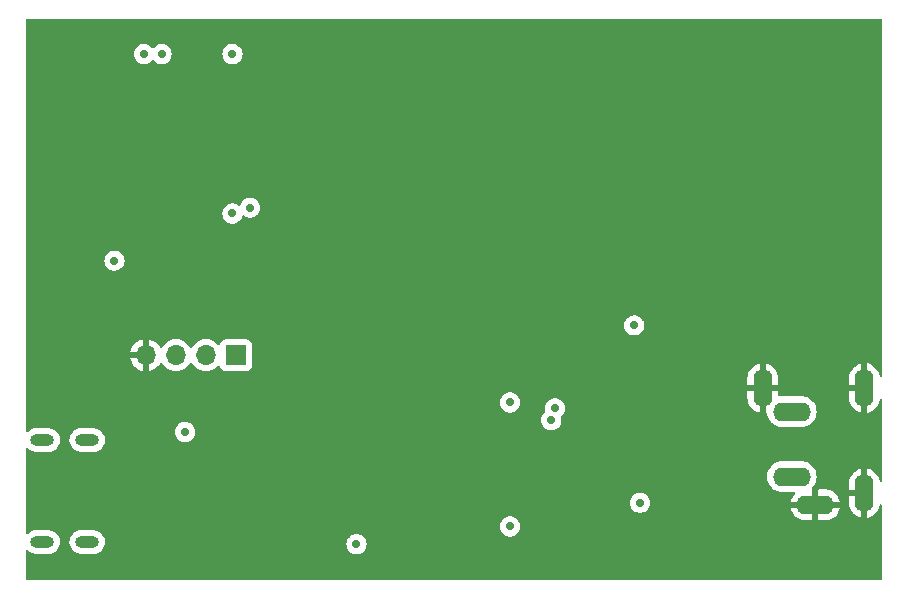
<source format=gbr>
%TF.GenerationSoftware,KiCad,Pcbnew,(6.0.8-1)-1*%
%TF.CreationDate,2022-11-20T20:32:36+00:00*%
%TF.ProjectId,esp32-network-dac,65737033-322d-46e6-9574-776f726b2d64,0.1*%
%TF.SameCoordinates,Original*%
%TF.FileFunction,Copper,L2,Inr*%
%TF.FilePolarity,Positive*%
%FSLAX46Y46*%
G04 Gerber Fmt 4.6, Leading zero omitted, Abs format (unit mm)*
G04 Created by KiCad (PCBNEW (6.0.8-1)-1) date 2022-11-20 20:32:36*
%MOMM*%
%LPD*%
G01*
G04 APERTURE LIST*
%TA.AperFunction,ComponentPad*%
%ADD10O,3.200000X1.600000*%
%TD*%
%TA.AperFunction,ComponentPad*%
%ADD11O,1.600000X3.200000*%
%TD*%
%TA.AperFunction,ComponentPad*%
%ADD12R,1.700000X1.700000*%
%TD*%
%TA.AperFunction,ComponentPad*%
%ADD13O,1.700000X1.700000*%
%TD*%
%TA.AperFunction,ComponentPad*%
%ADD14O,2.000000X1.000000*%
%TD*%
%TA.AperFunction,ViaPad*%
%ADD15C,0.700000*%
%TD*%
G04 APERTURE END LIST*
D10*
%TO.N,GND*%
%TO.C,J2*%
X162357500Y-114675000D03*
%TO.N,/JACKL*%
X160357500Y-112275000D03*
%TO.N,/JACKR*%
X160357500Y-106775000D03*
D11*
%TO.N,GND*%
X166507500Y-113675000D03*
X166507500Y-104775000D03*
X157907500Y-104775000D03*
%TD*%
D12*
%TO.N,VBUS*%
%TO.C,J3*%
X113300000Y-102000000D03*
D13*
%TO.N,ESP32_Rx*%
X110760000Y-102000000D03*
%TO.N,ESP32_Tx*%
X108220000Y-102000000D03*
%TO.N,GND*%
X105680000Y-102000000D03*
%TD*%
D14*
%TO.N,unconnected-(J1-PadS1)*%
%TO.C,J1*%
X100700000Y-109180000D03*
X100700000Y-117820000D03*
X96900000Y-109180000D03*
X96900000Y-117820000D03*
%TD*%
D15*
%TO.N,GND*%
X102500000Y-99000000D03*
X121500000Y-118000000D03*
X119000000Y-109500000D03*
X119000000Y-107500000D03*
X121000000Y-112000000D03*
X138500000Y-97500000D03*
X137000000Y-103500000D03*
X153000000Y-87000000D03*
X142500000Y-111000000D03*
X147500000Y-117500000D03*
X139000000Y-87000000D03*
X106000000Y-83500000D03*
X123000000Y-95000000D03*
X107000000Y-117500000D03*
X121000000Y-82000000D03*
X131500000Y-99000000D03*
X142000000Y-107500000D03*
X130000000Y-112000000D03*
X139000000Y-76500000D03*
X150500000Y-99000000D03*
X104000000Y-108500000D03*
X154000000Y-99000000D03*
X154500000Y-117500000D03*
X109000000Y-113000000D03*
%TO.N,+3V3*%
X103007202Y-93992798D03*
X123500000Y-118000000D03*
X136500000Y-116500000D03*
X109000000Y-108500000D03*
%TO.N,+3.3VA*%
X147020000Y-99480000D03*
X147500000Y-114500000D03*
%TO.N,ESP32_Tx*%
X105500000Y-76500000D03*
%TO.N,ESP32_Rx*%
X107000000Y-76500000D03*
%TO.N,PCM_BCK*%
X113000000Y-76500000D03*
X140300500Y-106500000D03*
%TO.N,PCM_DIN*%
X136500000Y-106000000D03*
X114500000Y-89500000D03*
%TO.N,PCM_LRCK*%
X140000000Y-107500000D03*
X113000000Y-90000000D03*
%TD*%
%TA.AperFunction,Conductor*%
%TO.N,GND*%
G36*
X167958691Y-73518907D02*
G01*
X167994655Y-73568407D01*
X167999500Y-73599000D01*
X167999500Y-103753552D01*
X167980593Y-103811743D01*
X167931093Y-103847707D01*
X167869907Y-103847707D01*
X167820407Y-103811743D01*
X167801877Y-103762180D01*
X167800926Y-103751312D01*
X167799430Y-103742824D01*
X167742431Y-103530102D01*
X167739485Y-103522009D01*
X167646418Y-103322427D01*
X167642106Y-103314957D01*
X167515792Y-103134563D01*
X167510259Y-103127968D01*
X167354532Y-102972241D01*
X167347937Y-102966708D01*
X167167543Y-102840394D01*
X167160073Y-102836082D01*
X166960491Y-102743015D01*
X166952398Y-102740069D01*
X166776645Y-102692976D01*
X166764359Y-102693620D01*
X166761500Y-102703273D01*
X166761500Y-106845402D01*
X166765302Y-106857104D01*
X166775364Y-106857367D01*
X166952398Y-106809931D01*
X166960491Y-106806985D01*
X167160073Y-106713918D01*
X167167543Y-106709606D01*
X167347937Y-106583292D01*
X167354532Y-106577759D01*
X167510259Y-106422032D01*
X167515792Y-106415437D01*
X167642106Y-106235043D01*
X167646418Y-106227573D01*
X167739485Y-106027991D01*
X167742431Y-106019898D01*
X167799430Y-105807176D01*
X167800926Y-105798688D01*
X167801877Y-105787820D01*
X167825784Y-105731498D01*
X167878230Y-105699985D01*
X167939182Y-105705318D01*
X167985360Y-105745459D01*
X167999500Y-105796448D01*
X167999500Y-112653552D01*
X167980593Y-112711743D01*
X167931093Y-112747707D01*
X167869907Y-112747707D01*
X167820407Y-112711743D01*
X167801877Y-112662180D01*
X167800926Y-112651312D01*
X167799430Y-112642824D01*
X167742431Y-112430102D01*
X167739485Y-112422009D01*
X167646418Y-112222427D01*
X167642106Y-112214957D01*
X167515792Y-112034563D01*
X167510259Y-112027968D01*
X167354532Y-111872241D01*
X167347937Y-111866708D01*
X167167543Y-111740394D01*
X167160073Y-111736082D01*
X166960491Y-111643015D01*
X166952398Y-111640069D01*
X166776645Y-111592976D01*
X166764359Y-111593620D01*
X166761500Y-111603273D01*
X166761500Y-115745402D01*
X166765302Y-115757104D01*
X166775364Y-115757367D01*
X166952398Y-115709931D01*
X166960491Y-115706985D01*
X167160073Y-115613918D01*
X167167543Y-115609606D01*
X167347937Y-115483292D01*
X167354532Y-115477759D01*
X167510259Y-115322032D01*
X167515792Y-115315437D01*
X167642106Y-115135043D01*
X167646418Y-115127573D01*
X167739485Y-114927991D01*
X167742431Y-114919898D01*
X167799430Y-114707176D01*
X167800926Y-114698688D01*
X167801877Y-114687820D01*
X167825784Y-114631498D01*
X167878230Y-114599985D01*
X167939182Y-114605318D01*
X167985360Y-114645459D01*
X167999500Y-114696448D01*
X167999500Y-120901000D01*
X167980593Y-120959191D01*
X167931093Y-120995155D01*
X167900500Y-121000000D01*
X95599000Y-121000000D01*
X95540809Y-120981093D01*
X95504845Y-120931593D01*
X95500000Y-120901000D01*
X95500000Y-118573217D01*
X95518907Y-118515026D01*
X95568407Y-118479062D01*
X95629593Y-118479062D01*
X95670931Y-118505195D01*
X95742881Y-118581280D01*
X95746986Y-118584154D01*
X95746989Y-118584157D01*
X95830358Y-118642532D01*
X95909379Y-118697863D01*
X95913975Y-118699852D01*
X95913977Y-118699853D01*
X96001118Y-118737562D01*
X96095919Y-118778586D01*
X96294880Y-118820151D01*
X96299432Y-118820390D01*
X96300234Y-118820432D01*
X96300249Y-118820432D01*
X96301539Y-118820500D01*
X97450800Y-118820500D01*
X97453288Y-118820247D01*
X97453294Y-118820247D01*
X97521398Y-118813329D01*
X97602216Y-118805120D01*
X97796172Y-118744338D01*
X97973944Y-118645797D01*
X98128271Y-118513523D01*
X98252848Y-118352919D01*
X98342587Y-118170545D01*
X98387011Y-118000000D01*
X98392557Y-117978710D01*
X98392558Y-117978706D01*
X98393822Y-117973852D01*
X98399310Y-117869126D01*
X99195541Y-117869126D01*
X99225935Y-118070097D01*
X99296119Y-118260852D01*
X99403226Y-118433599D01*
X99542881Y-118581280D01*
X99546986Y-118584154D01*
X99546989Y-118584157D01*
X99630358Y-118642532D01*
X99709379Y-118697863D01*
X99713975Y-118699852D01*
X99713977Y-118699853D01*
X99801118Y-118737562D01*
X99895919Y-118778586D01*
X100094880Y-118820151D01*
X100099432Y-118820390D01*
X100100234Y-118820432D01*
X100100249Y-118820432D01*
X100101539Y-118820500D01*
X101250800Y-118820500D01*
X101253288Y-118820247D01*
X101253294Y-118820247D01*
X101321398Y-118813329D01*
X101402216Y-118805120D01*
X101596172Y-118744338D01*
X101773944Y-118645797D01*
X101928271Y-118513523D01*
X102052848Y-118352919D01*
X102142587Y-118170545D01*
X102187011Y-118000000D01*
X122644815Y-118000000D01*
X122663503Y-118177803D01*
X122665104Y-118182730D01*
X122665105Y-118182735D01*
X122717148Y-118342905D01*
X122718750Y-118347835D01*
X122721341Y-118352323D01*
X122721342Y-118352325D01*
X122768266Y-118433599D01*
X122808141Y-118502665D01*
X122927770Y-118635526D01*
X122931968Y-118638576D01*
X122931969Y-118638577D01*
X122945257Y-118648231D01*
X123072407Y-118740612D01*
X123153231Y-118776597D01*
X123230995Y-118811220D01*
X123230999Y-118811221D01*
X123235733Y-118813329D01*
X123240803Y-118814407D01*
X123240804Y-118814407D01*
X123264163Y-118819372D01*
X123410609Y-118850500D01*
X123589391Y-118850500D01*
X123735837Y-118819372D01*
X123759196Y-118814407D01*
X123759197Y-118814407D01*
X123764267Y-118813329D01*
X123769001Y-118811221D01*
X123769005Y-118811220D01*
X123846769Y-118776597D01*
X123927593Y-118740612D01*
X124054743Y-118648231D01*
X124068031Y-118638577D01*
X124068032Y-118638576D01*
X124072230Y-118635526D01*
X124191859Y-118502665D01*
X124231734Y-118433599D01*
X124278658Y-118352325D01*
X124278659Y-118352323D01*
X124281250Y-118347835D01*
X124282852Y-118342905D01*
X124334895Y-118182735D01*
X124334896Y-118182730D01*
X124336497Y-118177803D01*
X124355185Y-118000000D01*
X124336497Y-117822197D01*
X124334896Y-117817270D01*
X124334895Y-117817265D01*
X124282852Y-117657095D01*
X124282851Y-117657094D01*
X124281250Y-117652165D01*
X124191859Y-117497335D01*
X124072230Y-117364474D01*
X123927593Y-117259388D01*
X123808582Y-117206401D01*
X123769005Y-117188780D01*
X123769001Y-117188779D01*
X123764267Y-117186671D01*
X123759197Y-117185593D01*
X123759196Y-117185593D01*
X123725272Y-117178382D01*
X123589391Y-117149500D01*
X123410609Y-117149500D01*
X123274728Y-117178382D01*
X123240804Y-117185593D01*
X123240803Y-117185593D01*
X123235733Y-117186671D01*
X123230999Y-117188779D01*
X123230995Y-117188780D01*
X123077142Y-117257280D01*
X123077140Y-117257281D01*
X123072408Y-117259388D01*
X122927770Y-117364474D01*
X122924304Y-117368324D01*
X122924300Y-117368327D01*
X122837295Y-117464956D01*
X122808141Y-117497335D01*
X122718750Y-117652165D01*
X122717149Y-117657094D01*
X122717148Y-117657095D01*
X122665105Y-117817265D01*
X122665104Y-117817270D01*
X122663503Y-117822197D01*
X122644815Y-118000000D01*
X102187011Y-118000000D01*
X102192557Y-117978710D01*
X102192558Y-117978706D01*
X102193822Y-117973852D01*
X102204459Y-117770874D01*
X102174065Y-117569903D01*
X102103881Y-117379148D01*
X101996774Y-117206401D01*
X101857119Y-117058720D01*
X101853014Y-117055846D01*
X101853011Y-117055843D01*
X101694727Y-116945012D01*
X101690621Y-116942137D01*
X101686025Y-116940148D01*
X101686023Y-116940147D01*
X101508677Y-116863403D01*
X101508678Y-116863403D01*
X101504081Y-116861414D01*
X101305120Y-116819849D01*
X101300568Y-116819610D01*
X101299766Y-116819568D01*
X101299751Y-116819568D01*
X101298461Y-116819500D01*
X100149200Y-116819500D01*
X100146712Y-116819753D01*
X100146706Y-116819753D01*
X100086184Y-116825901D01*
X99997784Y-116834880D01*
X99803828Y-116895662D01*
X99626056Y-116994203D01*
X99471729Y-117126477D01*
X99347152Y-117287081D01*
X99257413Y-117469455D01*
X99206178Y-117666148D01*
X99195541Y-117869126D01*
X98399310Y-117869126D01*
X98404459Y-117770874D01*
X98374065Y-117569903D01*
X98303881Y-117379148D01*
X98196774Y-117206401D01*
X98057119Y-117058720D01*
X98053014Y-117055846D01*
X98053011Y-117055843D01*
X97894727Y-116945012D01*
X97890621Y-116942137D01*
X97886025Y-116940148D01*
X97886023Y-116940147D01*
X97708677Y-116863403D01*
X97708678Y-116863403D01*
X97704081Y-116861414D01*
X97505120Y-116819849D01*
X97500568Y-116819610D01*
X97499766Y-116819568D01*
X97499751Y-116819568D01*
X97498461Y-116819500D01*
X96349200Y-116819500D01*
X96346712Y-116819753D01*
X96346706Y-116819753D01*
X96286184Y-116825901D01*
X96197784Y-116834880D01*
X96003828Y-116895662D01*
X95826056Y-116994203D01*
X95763054Y-117048202D01*
X95675532Y-117123217D01*
X95675530Y-117123219D01*
X95671729Y-117126477D01*
X95670043Y-117128650D01*
X95616872Y-117157401D01*
X95556224Y-117149309D01*
X95511915Y-117107114D01*
X95500000Y-117060027D01*
X95500000Y-116500000D01*
X135644815Y-116500000D01*
X135663503Y-116677803D01*
X135665104Y-116682730D01*
X135665105Y-116682735D01*
X135715027Y-116836378D01*
X135718750Y-116847835D01*
X135721341Y-116852323D01*
X135721342Y-116852325D01*
X135805548Y-116998174D01*
X135808141Y-117002665D01*
X135927770Y-117135526D01*
X136072407Y-117240612D01*
X136154070Y-117276970D01*
X136230995Y-117311220D01*
X136230999Y-117311221D01*
X136235733Y-117313329D01*
X136240803Y-117314407D01*
X136240804Y-117314407D01*
X136274728Y-117321618D01*
X136410609Y-117350500D01*
X136589391Y-117350500D01*
X136725272Y-117321618D01*
X136759196Y-117314407D01*
X136759197Y-117314407D01*
X136764267Y-117313329D01*
X136769001Y-117311221D01*
X136769005Y-117311220D01*
X136845930Y-117276971D01*
X136927593Y-117240612D01*
X137072230Y-117135526D01*
X137191859Y-117002665D01*
X137194452Y-116998174D01*
X137278658Y-116852325D01*
X137278659Y-116852323D01*
X137281250Y-116847835D01*
X137284973Y-116836378D01*
X137334895Y-116682735D01*
X137334896Y-116682730D01*
X137336497Y-116677803D01*
X137355185Y-116500000D01*
X137336497Y-116322197D01*
X137334896Y-116317270D01*
X137334895Y-116317265D01*
X137282852Y-116157095D01*
X137282851Y-116157094D01*
X137281250Y-116152165D01*
X137191859Y-115997335D01*
X137072230Y-115864474D01*
X136927593Y-115759388D01*
X136845930Y-115723029D01*
X136769005Y-115688780D01*
X136769001Y-115688779D01*
X136764267Y-115686671D01*
X136759197Y-115685593D01*
X136759196Y-115685593D01*
X136722339Y-115677759D01*
X136589391Y-115649500D01*
X136410609Y-115649500D01*
X136277661Y-115677759D01*
X136240804Y-115685593D01*
X136240803Y-115685593D01*
X136235733Y-115686671D01*
X136230999Y-115688779D01*
X136230995Y-115688780D01*
X136077142Y-115757280D01*
X136077140Y-115757281D01*
X136072408Y-115759388D01*
X135927770Y-115864474D01*
X135924304Y-115868324D01*
X135924300Y-115868327D01*
X135821048Y-115983000D01*
X135808141Y-115997335D01*
X135718750Y-116152165D01*
X135717149Y-116157094D01*
X135717148Y-116157095D01*
X135665105Y-116317265D01*
X135665104Y-116317270D01*
X135663503Y-116322197D01*
X135644815Y-116500000D01*
X95500000Y-116500000D01*
X95500000Y-114500000D01*
X146644815Y-114500000D01*
X146663503Y-114677803D01*
X146665104Y-114682730D01*
X146665105Y-114682735D01*
X146717148Y-114842905D01*
X146718750Y-114847835D01*
X146721341Y-114852323D01*
X146721342Y-114852325D01*
X146774663Y-114944680D01*
X146808141Y-115002665D01*
X146927770Y-115135526D01*
X147072407Y-115240612D01*
X147154070Y-115276971D01*
X147230995Y-115311220D01*
X147230999Y-115311221D01*
X147235733Y-115313329D01*
X147240803Y-115314407D01*
X147240804Y-115314407D01*
X147245650Y-115315437D01*
X147410609Y-115350500D01*
X147589391Y-115350500D01*
X147754350Y-115315437D01*
X147759196Y-115314407D01*
X147759197Y-115314407D01*
X147764267Y-115313329D01*
X147769001Y-115311221D01*
X147769005Y-115311220D01*
X147845930Y-115276970D01*
X147927593Y-115240612D01*
X148072230Y-115135526D01*
X148191859Y-115002665D01*
X148225337Y-114944680D01*
X148226385Y-114942864D01*
X160275133Y-114942864D01*
X160322569Y-115119898D01*
X160325515Y-115127991D01*
X160418582Y-115327573D01*
X160422894Y-115335043D01*
X160549208Y-115515437D01*
X160554741Y-115522032D01*
X160710468Y-115677759D01*
X160717063Y-115683292D01*
X160897457Y-115809606D01*
X160904927Y-115813918D01*
X161104509Y-115906985D01*
X161112602Y-115909931D01*
X161325324Y-115966930D01*
X161333812Y-115968426D01*
X161498229Y-115982811D01*
X161502566Y-115983000D01*
X162087820Y-115983000D01*
X162100505Y-115978878D01*
X162103500Y-115974757D01*
X162103500Y-115967320D01*
X162611500Y-115967320D01*
X162615622Y-115980005D01*
X162619743Y-115983000D01*
X163212434Y-115983000D01*
X163216771Y-115982811D01*
X163381188Y-115968426D01*
X163389676Y-115966930D01*
X163602398Y-115909931D01*
X163610491Y-115906985D01*
X163810073Y-115813918D01*
X163817543Y-115809606D01*
X163997937Y-115683292D01*
X164004532Y-115677759D01*
X164160259Y-115522032D01*
X164165792Y-115515437D01*
X164292106Y-115335043D01*
X164296418Y-115327573D01*
X164389485Y-115127991D01*
X164392431Y-115119898D01*
X164439524Y-114944145D01*
X164438880Y-114931859D01*
X164429227Y-114929000D01*
X162627180Y-114929000D01*
X162614495Y-114933122D01*
X162611500Y-114937243D01*
X162611500Y-115967320D01*
X162103500Y-115967320D01*
X162103500Y-114944680D01*
X162099378Y-114931995D01*
X162095257Y-114929000D01*
X160287098Y-114929000D01*
X160275396Y-114932802D01*
X160275133Y-114942864D01*
X148226385Y-114942864D01*
X148278658Y-114852325D01*
X148278659Y-114852323D01*
X148281250Y-114847835D01*
X148282852Y-114842905D01*
X148334895Y-114682735D01*
X148334896Y-114682730D01*
X148336497Y-114677803D01*
X148352039Y-114529934D01*
X165199500Y-114529934D01*
X165199689Y-114534271D01*
X165214074Y-114698688D01*
X165215570Y-114707176D01*
X165272569Y-114919898D01*
X165275515Y-114927991D01*
X165368582Y-115127573D01*
X165372894Y-115135043D01*
X165499208Y-115315437D01*
X165504741Y-115322032D01*
X165660468Y-115477759D01*
X165667063Y-115483292D01*
X165847457Y-115609606D01*
X165854927Y-115613918D01*
X166054509Y-115706985D01*
X166062602Y-115709931D01*
X166238355Y-115757024D01*
X166250641Y-115756380D01*
X166253500Y-115746727D01*
X166253500Y-113944680D01*
X166249378Y-113931995D01*
X166245257Y-113929000D01*
X165215180Y-113929000D01*
X165202495Y-113933122D01*
X165199500Y-113937243D01*
X165199500Y-114529934D01*
X148352039Y-114529934D01*
X148355185Y-114500000D01*
X148336497Y-114322197D01*
X148334896Y-114317270D01*
X148334895Y-114317265D01*
X148282852Y-114157095D01*
X148282851Y-114157094D01*
X148281250Y-114152165D01*
X148191859Y-113997335D01*
X148072230Y-113864474D01*
X147927593Y-113759388D01*
X147805644Y-113705093D01*
X147769005Y-113688780D01*
X147769001Y-113688779D01*
X147764267Y-113686671D01*
X147759197Y-113685593D01*
X147759196Y-113685593D01*
X147696379Y-113672241D01*
X147589391Y-113649500D01*
X147410609Y-113649500D01*
X147303621Y-113672241D01*
X147240804Y-113685593D01*
X147240803Y-113685593D01*
X147235733Y-113686671D01*
X147230999Y-113688779D01*
X147230995Y-113688780D01*
X147077142Y-113757280D01*
X147077140Y-113757281D01*
X147072408Y-113759388D01*
X146927770Y-113864474D01*
X146924304Y-113868324D01*
X146924300Y-113868327D01*
X146865959Y-113933122D01*
X146808141Y-113997335D01*
X146718750Y-114152165D01*
X146717149Y-114157094D01*
X146717148Y-114157095D01*
X146665105Y-114317265D01*
X146665104Y-114317270D01*
X146663503Y-114322197D01*
X146644815Y-114500000D01*
X95500000Y-114500000D01*
X95500000Y-112275000D01*
X158252032Y-112275000D01*
X158271865Y-112501692D01*
X158330761Y-112721496D01*
X158426932Y-112927734D01*
X158557453Y-113114139D01*
X158718361Y-113275047D01*
X158721899Y-113277524D01*
X158721901Y-113277526D01*
X158872078Y-113382680D01*
X158904766Y-113405568D01*
X159111004Y-113501739D01*
X159200063Y-113525602D01*
X159326631Y-113559516D01*
X159326633Y-113559516D01*
X159330808Y-113560635D01*
X159375295Y-113564527D01*
X159498550Y-113575311D01*
X159498561Y-113575311D01*
X159500716Y-113575500D01*
X160568201Y-113575500D01*
X160626392Y-113594407D01*
X160662356Y-113643907D01*
X160662356Y-113705093D01*
X160638205Y-113744504D01*
X160554741Y-113827968D01*
X160549208Y-113834563D01*
X160422894Y-114014957D01*
X160418582Y-114022427D01*
X160325515Y-114222009D01*
X160322569Y-114230102D01*
X160275476Y-114405855D01*
X160276120Y-114418141D01*
X160285773Y-114421000D01*
X162087820Y-114421000D01*
X162100505Y-114416878D01*
X162103500Y-114412757D01*
X162103500Y-114405320D01*
X162611500Y-114405320D01*
X162615622Y-114418005D01*
X162619743Y-114421000D01*
X164427902Y-114421000D01*
X164439604Y-114417198D01*
X164439867Y-114407136D01*
X164392431Y-114230102D01*
X164389485Y-114222009D01*
X164296418Y-114022427D01*
X164292106Y-114014957D01*
X164165792Y-113834563D01*
X164160259Y-113827968D01*
X164004532Y-113672241D01*
X163997937Y-113666708D01*
X163817543Y-113540394D01*
X163810073Y-113536082D01*
X163610491Y-113443015D01*
X163602398Y-113440069D01*
X163472714Y-113405320D01*
X165199500Y-113405320D01*
X165203622Y-113418005D01*
X165207743Y-113421000D01*
X166237820Y-113421000D01*
X166250505Y-113416878D01*
X166253500Y-113412757D01*
X166253500Y-111604598D01*
X166249698Y-111592896D01*
X166239636Y-111592633D01*
X166062602Y-111640069D01*
X166054509Y-111643015D01*
X165854927Y-111736082D01*
X165847457Y-111740394D01*
X165667063Y-111866708D01*
X165660468Y-111872241D01*
X165504741Y-112027968D01*
X165499208Y-112034563D01*
X165372894Y-112214957D01*
X165368582Y-112222427D01*
X165275515Y-112422009D01*
X165272569Y-112430102D01*
X165215570Y-112642824D01*
X165214074Y-112651312D01*
X165199689Y-112815729D01*
X165199500Y-112820066D01*
X165199500Y-113405320D01*
X163472714Y-113405320D01*
X163389676Y-113383070D01*
X163381188Y-113381574D01*
X163216771Y-113367189D01*
X163212434Y-113367000D01*
X162627180Y-113367000D01*
X162614495Y-113371122D01*
X162611500Y-113375243D01*
X162611500Y-114405320D01*
X162103500Y-114405320D01*
X162103500Y-113382680D01*
X162099378Y-113369994D01*
X162078656Y-113354938D01*
X162042693Y-113305438D01*
X162042694Y-113244252D01*
X162066844Y-113204842D01*
X162157547Y-113114139D01*
X162288068Y-112927734D01*
X162384239Y-112721496D01*
X162443135Y-112501692D01*
X162462968Y-112275000D01*
X162443135Y-112048308D01*
X162384239Y-111828504D01*
X162288068Y-111622266D01*
X162157547Y-111435861D01*
X161996639Y-111274953D01*
X161810234Y-111144432D01*
X161603996Y-111048261D01*
X161514937Y-111024398D01*
X161388369Y-110990484D01*
X161388367Y-110990484D01*
X161384192Y-110989365D01*
X161339705Y-110985473D01*
X161216450Y-110974689D01*
X161216439Y-110974689D01*
X161214284Y-110974500D01*
X159500716Y-110974500D01*
X159498561Y-110974689D01*
X159498550Y-110974689D01*
X159375295Y-110985473D01*
X159330808Y-110989365D01*
X159326633Y-110990484D01*
X159326631Y-110990484D01*
X159200063Y-111024398D01*
X159111004Y-111048261D01*
X158904766Y-111144432D01*
X158718361Y-111274953D01*
X158557453Y-111435861D01*
X158426932Y-111622266D01*
X158330761Y-111828504D01*
X158271865Y-112048308D01*
X158252032Y-112275000D01*
X95500000Y-112275000D01*
X95500000Y-109933217D01*
X95518907Y-109875026D01*
X95568407Y-109839062D01*
X95629593Y-109839062D01*
X95670931Y-109865195D01*
X95742881Y-109941280D01*
X95746986Y-109944154D01*
X95746989Y-109944157D01*
X95830358Y-110002532D01*
X95909379Y-110057863D01*
X95913975Y-110059852D01*
X95913977Y-110059853D01*
X96011156Y-110101906D01*
X96095919Y-110138586D01*
X96294880Y-110180151D01*
X96299432Y-110180390D01*
X96300234Y-110180432D01*
X96300249Y-110180432D01*
X96301539Y-110180500D01*
X97450800Y-110180500D01*
X97453288Y-110180247D01*
X97453294Y-110180247D01*
X97513816Y-110174099D01*
X97602216Y-110165120D01*
X97796172Y-110104338D01*
X97973944Y-110005797D01*
X98128271Y-109873523D01*
X98252848Y-109712919D01*
X98342587Y-109530545D01*
X98370044Y-109425135D01*
X98392557Y-109338710D01*
X98392558Y-109338706D01*
X98393822Y-109333852D01*
X98399310Y-109229126D01*
X99195541Y-109229126D01*
X99225935Y-109430097D01*
X99296119Y-109620852D01*
X99403226Y-109793599D01*
X99542881Y-109941280D01*
X99546986Y-109944154D01*
X99546989Y-109944157D01*
X99630358Y-110002532D01*
X99709379Y-110057863D01*
X99713975Y-110059852D01*
X99713977Y-110059853D01*
X99811156Y-110101906D01*
X99895919Y-110138586D01*
X100094880Y-110180151D01*
X100099432Y-110180390D01*
X100100234Y-110180432D01*
X100100249Y-110180432D01*
X100101539Y-110180500D01*
X101250800Y-110180500D01*
X101253288Y-110180247D01*
X101253294Y-110180247D01*
X101313816Y-110174099D01*
X101402216Y-110165120D01*
X101596172Y-110104338D01*
X101773944Y-110005797D01*
X101928271Y-109873523D01*
X102052848Y-109712919D01*
X102142587Y-109530545D01*
X102170044Y-109425135D01*
X102192557Y-109338710D01*
X102192558Y-109338706D01*
X102193822Y-109333852D01*
X102204459Y-109130874D01*
X102174065Y-108929903D01*
X102103881Y-108739148D01*
X101996774Y-108566401D01*
X101933982Y-108500000D01*
X108144815Y-108500000D01*
X108163503Y-108677803D01*
X108165104Y-108682730D01*
X108165105Y-108682735D01*
X108182052Y-108734891D01*
X108218750Y-108847835D01*
X108221341Y-108852323D01*
X108221342Y-108852325D01*
X108266132Y-108929903D01*
X108308141Y-109002665D01*
X108427770Y-109135526D01*
X108572407Y-109240612D01*
X108654070Y-109276971D01*
X108730995Y-109311220D01*
X108730999Y-109311221D01*
X108735733Y-109313329D01*
X108740803Y-109314407D01*
X108740804Y-109314407D01*
X108774728Y-109321618D01*
X108910609Y-109350500D01*
X109089391Y-109350500D01*
X109225272Y-109321618D01*
X109259196Y-109314407D01*
X109259197Y-109314407D01*
X109264267Y-109313329D01*
X109269001Y-109311221D01*
X109269005Y-109311220D01*
X109345930Y-109276970D01*
X109427593Y-109240612D01*
X109572230Y-109135526D01*
X109691859Y-109002665D01*
X109733868Y-108929903D01*
X109778658Y-108852325D01*
X109778659Y-108852323D01*
X109781250Y-108847835D01*
X109817948Y-108734891D01*
X109834895Y-108682735D01*
X109834896Y-108682730D01*
X109836497Y-108677803D01*
X109855185Y-108500000D01*
X109853421Y-108483212D01*
X109837039Y-108327355D01*
X109836497Y-108322197D01*
X109834896Y-108317270D01*
X109834895Y-108317265D01*
X109782852Y-108157095D01*
X109782851Y-108157094D01*
X109781250Y-108152165D01*
X109771644Y-108135526D01*
X109694452Y-108001826D01*
X109694451Y-108001825D01*
X109691859Y-107997335D01*
X109572230Y-107864474D01*
X109427593Y-107759388D01*
X109345930Y-107723030D01*
X109269005Y-107688780D01*
X109269001Y-107688779D01*
X109264267Y-107686671D01*
X109259197Y-107685593D01*
X109259196Y-107685593D01*
X109222546Y-107677803D01*
X109089391Y-107649500D01*
X108910609Y-107649500D01*
X108777454Y-107677803D01*
X108740804Y-107685593D01*
X108740803Y-107685593D01*
X108735733Y-107686671D01*
X108730999Y-107688779D01*
X108730995Y-107688780D01*
X108577142Y-107757280D01*
X108577140Y-107757281D01*
X108572408Y-107759388D01*
X108427770Y-107864474D01*
X108424304Y-107868324D01*
X108424300Y-107868327D01*
X108316036Y-107988567D01*
X108308141Y-107997335D01*
X108305549Y-108001825D01*
X108305548Y-108001826D01*
X108228357Y-108135526D01*
X108218750Y-108152165D01*
X108217149Y-108157094D01*
X108217148Y-108157095D01*
X108165105Y-108317265D01*
X108165104Y-108317270D01*
X108163503Y-108322197D01*
X108162961Y-108327355D01*
X108146580Y-108483212D01*
X108144815Y-108500000D01*
X101933982Y-108500000D01*
X101857119Y-108418720D01*
X101853014Y-108415846D01*
X101853011Y-108415843D01*
X101694727Y-108305012D01*
X101690621Y-108302137D01*
X101686025Y-108300148D01*
X101686023Y-108300147D01*
X101508677Y-108223403D01*
X101508678Y-108223403D01*
X101504081Y-108221414D01*
X101305120Y-108179849D01*
X101300568Y-108179610D01*
X101299766Y-108179568D01*
X101299751Y-108179568D01*
X101298461Y-108179500D01*
X100149200Y-108179500D01*
X100146712Y-108179753D01*
X100146706Y-108179753D01*
X100086184Y-108185901D01*
X99997784Y-108194880D01*
X99993004Y-108196378D01*
X99851853Y-108240612D01*
X99803828Y-108255662D01*
X99626056Y-108354203D01*
X99471729Y-108486477D01*
X99347152Y-108647081D01*
X99257413Y-108829455D01*
X99251456Y-108852325D01*
X99213465Y-108998174D01*
X99206178Y-109026148D01*
X99195541Y-109229126D01*
X98399310Y-109229126D01*
X98404459Y-109130874D01*
X98374065Y-108929903D01*
X98303881Y-108739148D01*
X98196774Y-108566401D01*
X98057119Y-108418720D01*
X98053014Y-108415846D01*
X98053011Y-108415843D01*
X97894727Y-108305012D01*
X97890621Y-108302137D01*
X97886025Y-108300148D01*
X97886023Y-108300147D01*
X97708677Y-108223403D01*
X97708678Y-108223403D01*
X97704081Y-108221414D01*
X97505120Y-108179849D01*
X97500568Y-108179610D01*
X97499766Y-108179568D01*
X97499751Y-108179568D01*
X97498461Y-108179500D01*
X96349200Y-108179500D01*
X96346712Y-108179753D01*
X96346706Y-108179753D01*
X96286184Y-108185901D01*
X96197784Y-108194880D01*
X96193004Y-108196378D01*
X96051853Y-108240612D01*
X96003828Y-108255662D01*
X95826056Y-108354203D01*
X95822247Y-108357468D01*
X95675532Y-108483217D01*
X95675530Y-108483219D01*
X95671729Y-108486477D01*
X95670043Y-108488650D01*
X95616872Y-108517401D01*
X95556224Y-108509309D01*
X95511915Y-108467114D01*
X95500000Y-108420027D01*
X95500000Y-107500000D01*
X139144815Y-107500000D01*
X139163503Y-107677803D01*
X139165104Y-107682730D01*
X139165105Y-107682735D01*
X139195905Y-107777526D01*
X139218750Y-107847835D01*
X139221341Y-107852323D01*
X139221342Y-107852325D01*
X139302837Y-107993479D01*
X139308141Y-108002665D01*
X139427770Y-108135526D01*
X139572407Y-108240612D01*
X139654070Y-108276971D01*
X139730995Y-108311220D01*
X139730999Y-108311221D01*
X139735733Y-108313329D01*
X139740803Y-108314407D01*
X139740804Y-108314407D01*
X139754250Y-108317265D01*
X139910609Y-108350500D01*
X140089391Y-108350500D01*
X140245750Y-108317265D01*
X140259196Y-108314407D01*
X140259197Y-108314407D01*
X140264267Y-108313329D01*
X140269001Y-108311221D01*
X140269005Y-108311220D01*
X140345930Y-108276971D01*
X140427593Y-108240612D01*
X140572230Y-108135526D01*
X140691859Y-108002665D01*
X140697163Y-107993479D01*
X140778658Y-107852325D01*
X140778659Y-107852323D01*
X140781250Y-107847835D01*
X140804095Y-107777526D01*
X140834895Y-107682735D01*
X140834896Y-107682730D01*
X140836497Y-107677803D01*
X140855185Y-107500000D01*
X140836497Y-107322197D01*
X140834894Y-107317262D01*
X140816575Y-107260881D01*
X140816576Y-107199696D01*
X140852538Y-107150198D01*
X140868525Y-107138583D01*
X140868536Y-107138574D01*
X140872730Y-107135526D01*
X140992359Y-107002665D01*
X141035406Y-106928105D01*
X141079158Y-106852325D01*
X141079159Y-106852323D01*
X141081750Y-106847835D01*
X141083352Y-106842905D01*
X141135395Y-106682735D01*
X141135396Y-106682730D01*
X141136997Y-106677803D01*
X141155685Y-106500000D01*
X141136997Y-106322197D01*
X141135396Y-106317270D01*
X141135395Y-106317265D01*
X141083352Y-106157095D01*
X141083351Y-106157094D01*
X141081750Y-106152165D01*
X140992359Y-105997335D01*
X140872730Y-105864474D01*
X140728093Y-105759388D01*
X140646430Y-105723029D01*
X140569505Y-105688780D01*
X140569501Y-105688779D01*
X140564767Y-105686671D01*
X140559697Y-105685593D01*
X140559696Y-105685593D01*
X140525772Y-105678382D01*
X140389891Y-105649500D01*
X140211109Y-105649500D01*
X140075228Y-105678382D01*
X140041304Y-105685593D01*
X140041303Y-105685593D01*
X140036233Y-105686671D01*
X140031499Y-105688779D01*
X140031495Y-105688780D01*
X139877642Y-105757280D01*
X139877640Y-105757281D01*
X139872908Y-105759388D01*
X139728270Y-105864474D01*
X139724804Y-105868324D01*
X139724800Y-105868327D01*
X139660805Y-105939401D01*
X139608641Y-105997335D01*
X139519250Y-106152165D01*
X139517649Y-106157094D01*
X139517648Y-106157095D01*
X139465605Y-106317265D01*
X139465604Y-106317270D01*
X139464003Y-106322197D01*
X139445315Y-106500000D01*
X139464003Y-106677803D01*
X139465604Y-106682731D01*
X139465607Y-106682744D01*
X139483925Y-106739119D01*
X139483926Y-106800304D01*
X139447961Y-106849804D01*
X139427770Y-106864474D01*
X139308141Y-106997335D01*
X139305549Y-107001825D01*
X139305548Y-107001826D01*
X139226592Y-107138583D01*
X139218750Y-107152165D01*
X139217149Y-107157094D01*
X139217148Y-107157095D01*
X139165105Y-107317265D01*
X139165104Y-107317270D01*
X139163503Y-107322197D01*
X139144815Y-107500000D01*
X95500000Y-107500000D01*
X95500000Y-106000000D01*
X135644815Y-106000000D01*
X135663503Y-106177803D01*
X135665104Y-106182730D01*
X135665105Y-106182735D01*
X135712469Y-106328504D01*
X135718750Y-106347835D01*
X135721341Y-106352323D01*
X135721342Y-106352325D01*
X135803625Y-106494843D01*
X135808141Y-106502665D01*
X135927770Y-106635526D01*
X136072407Y-106740612D01*
X136139966Y-106770691D01*
X136230995Y-106811220D01*
X136230999Y-106811221D01*
X136235733Y-106813329D01*
X136240803Y-106814407D01*
X136240804Y-106814407D01*
X136274728Y-106821618D01*
X136410609Y-106850500D01*
X136589391Y-106850500D01*
X136725272Y-106821618D01*
X136759196Y-106814407D01*
X136759197Y-106814407D01*
X136764267Y-106813329D01*
X136769001Y-106811221D01*
X136769005Y-106811220D01*
X136860034Y-106770691D01*
X136927593Y-106740612D01*
X137072230Y-106635526D01*
X137191859Y-106502665D01*
X137196375Y-106494843D01*
X137278658Y-106352325D01*
X137278659Y-106352323D01*
X137281250Y-106347835D01*
X137287531Y-106328504D01*
X137334895Y-106182735D01*
X137334896Y-106182730D01*
X137336497Y-106177803D01*
X137355185Y-106000000D01*
X137336497Y-105822197D01*
X137334896Y-105817270D01*
X137334895Y-105817265D01*
X137282852Y-105657095D01*
X137282851Y-105657094D01*
X137281250Y-105652165D01*
X137278219Y-105646914D01*
X137268416Y-105629934D01*
X156599500Y-105629934D01*
X156599689Y-105634271D01*
X156614074Y-105798688D01*
X156615570Y-105807176D01*
X156672569Y-106019898D01*
X156675515Y-106027991D01*
X156768582Y-106227573D01*
X156772894Y-106235043D01*
X156899208Y-106415437D01*
X156904741Y-106422032D01*
X157060468Y-106577759D01*
X157067063Y-106583292D01*
X157247457Y-106709606D01*
X157254927Y-106713918D01*
X157454509Y-106806985D01*
X157462602Y-106809931D01*
X157638355Y-106857024D01*
X157650641Y-106856380D01*
X157653500Y-106846727D01*
X157653500Y-106845402D01*
X158161500Y-106845402D01*
X158165302Y-106857104D01*
X158171101Y-106857256D01*
X158228777Y-106877681D01*
X158263432Y-106928105D01*
X158267132Y-106947594D01*
X158271865Y-107001692D01*
X158330761Y-107221496D01*
X158426932Y-107427734D01*
X158429413Y-107431277D01*
X158429414Y-107431279D01*
X158481144Y-107505157D01*
X158557453Y-107614139D01*
X158718361Y-107775047D01*
X158721899Y-107777524D01*
X158721901Y-107777526D01*
X158841727Y-107861428D01*
X158904766Y-107905568D01*
X159111004Y-108001739D01*
X159128851Y-108006521D01*
X159326631Y-108059516D01*
X159326633Y-108059516D01*
X159330808Y-108060635D01*
X159375295Y-108064527D01*
X159498550Y-108075311D01*
X159498561Y-108075311D01*
X159500716Y-108075500D01*
X161214284Y-108075500D01*
X161216439Y-108075311D01*
X161216450Y-108075311D01*
X161339705Y-108064527D01*
X161384192Y-108060635D01*
X161388367Y-108059516D01*
X161388369Y-108059516D01*
X161586149Y-108006521D01*
X161603996Y-108001739D01*
X161810234Y-107905568D01*
X161873273Y-107861428D01*
X161993099Y-107777526D01*
X161993101Y-107777524D01*
X161996639Y-107775047D01*
X162157547Y-107614139D01*
X162233857Y-107505157D01*
X162285586Y-107431279D01*
X162285587Y-107431277D01*
X162288068Y-107427734D01*
X162384239Y-107221496D01*
X162443135Y-107001692D01*
X162462968Y-106775000D01*
X162443135Y-106548308D01*
X162384239Y-106328504D01*
X162288068Y-106122266D01*
X162200591Y-105997335D01*
X162160026Y-105939401D01*
X162160024Y-105939399D01*
X162157547Y-105935861D01*
X161996639Y-105774953D01*
X161978759Y-105762433D01*
X161813779Y-105646914D01*
X161813777Y-105646913D01*
X161810234Y-105644432D01*
X161779143Y-105629934D01*
X165199500Y-105629934D01*
X165199689Y-105634271D01*
X165214074Y-105798688D01*
X165215570Y-105807176D01*
X165272569Y-106019898D01*
X165275515Y-106027991D01*
X165368582Y-106227573D01*
X165372894Y-106235043D01*
X165499208Y-106415437D01*
X165504741Y-106422032D01*
X165660468Y-106577759D01*
X165667063Y-106583292D01*
X165847457Y-106709606D01*
X165854927Y-106713918D01*
X166054509Y-106806985D01*
X166062602Y-106809931D01*
X166238355Y-106857024D01*
X166250641Y-106856380D01*
X166253500Y-106846727D01*
X166253500Y-105044680D01*
X166249378Y-105031995D01*
X166245257Y-105029000D01*
X165215180Y-105029000D01*
X165202495Y-105033122D01*
X165199500Y-105037243D01*
X165199500Y-105629934D01*
X161779143Y-105629934D01*
X161603996Y-105548261D01*
X161514937Y-105524398D01*
X161388369Y-105490484D01*
X161388367Y-105490484D01*
X161384192Y-105489365D01*
X161339705Y-105485473D01*
X161216450Y-105474689D01*
X161216439Y-105474689D01*
X161214284Y-105474500D01*
X159500716Y-105474500D01*
X159498561Y-105474689D01*
X159498550Y-105474689D01*
X159335113Y-105488988D01*
X159335109Y-105488989D01*
X159330808Y-105489365D01*
X159330555Y-105489433D01*
X159271099Y-105481076D01*
X159227087Y-105438572D01*
X159215500Y-105392096D01*
X159215500Y-105044680D01*
X159211378Y-105031995D01*
X159207257Y-105029000D01*
X158177180Y-105029000D01*
X158164495Y-105033122D01*
X158161500Y-105037243D01*
X158161500Y-106845402D01*
X157653500Y-106845402D01*
X157653500Y-105044680D01*
X157649378Y-105031995D01*
X157645257Y-105029000D01*
X156615180Y-105029000D01*
X156602495Y-105033122D01*
X156599500Y-105037243D01*
X156599500Y-105629934D01*
X137268416Y-105629934D01*
X137194452Y-105501826D01*
X137194451Y-105501825D01*
X137191859Y-105497335D01*
X137072230Y-105364474D01*
X136927593Y-105259388D01*
X136845930Y-105223030D01*
X136769005Y-105188780D01*
X136769001Y-105188779D01*
X136764267Y-105186671D01*
X136759197Y-105185593D01*
X136759196Y-105185593D01*
X136725272Y-105178382D01*
X136589391Y-105149500D01*
X136410609Y-105149500D01*
X136274728Y-105178382D01*
X136240804Y-105185593D01*
X136240803Y-105185593D01*
X136235733Y-105186671D01*
X136230999Y-105188779D01*
X136230995Y-105188780D01*
X136077142Y-105257280D01*
X136077140Y-105257281D01*
X136072408Y-105259388D01*
X135927770Y-105364474D01*
X135924304Y-105368324D01*
X135924300Y-105368327D01*
X135828702Y-105474500D01*
X135808141Y-105497335D01*
X135805549Y-105501825D01*
X135805548Y-105501826D01*
X135721782Y-105646914D01*
X135718750Y-105652165D01*
X135717149Y-105657094D01*
X135717148Y-105657095D01*
X135665105Y-105817265D01*
X135665104Y-105817270D01*
X135663503Y-105822197D01*
X135644815Y-106000000D01*
X95500000Y-106000000D01*
X95500000Y-104505320D01*
X156599500Y-104505320D01*
X156603622Y-104518005D01*
X156607743Y-104521000D01*
X157637820Y-104521000D01*
X157650505Y-104516878D01*
X157653500Y-104512757D01*
X157653500Y-104505320D01*
X158161500Y-104505320D01*
X158165622Y-104518005D01*
X158169743Y-104521000D01*
X159199820Y-104521000D01*
X159212505Y-104516878D01*
X159215500Y-104512757D01*
X159215500Y-104505320D01*
X165199500Y-104505320D01*
X165203622Y-104518005D01*
X165207743Y-104521000D01*
X166237820Y-104521000D01*
X166250505Y-104516878D01*
X166253500Y-104512757D01*
X166253500Y-102704598D01*
X166249698Y-102692896D01*
X166239636Y-102692633D01*
X166062602Y-102740069D01*
X166054509Y-102743015D01*
X165854927Y-102836082D01*
X165847457Y-102840394D01*
X165667063Y-102966708D01*
X165660468Y-102972241D01*
X165504741Y-103127968D01*
X165499208Y-103134563D01*
X165372894Y-103314957D01*
X165368582Y-103322427D01*
X165275515Y-103522009D01*
X165272569Y-103530102D01*
X165215570Y-103742824D01*
X165214074Y-103751312D01*
X165199689Y-103915729D01*
X165199500Y-103920066D01*
X165199500Y-104505320D01*
X159215500Y-104505320D01*
X159215500Y-103920066D01*
X159215311Y-103915729D01*
X159200926Y-103751312D01*
X159199430Y-103742824D01*
X159142431Y-103530102D01*
X159139485Y-103522009D01*
X159046418Y-103322427D01*
X159042106Y-103314957D01*
X158915792Y-103134563D01*
X158910259Y-103127968D01*
X158754532Y-102972241D01*
X158747937Y-102966708D01*
X158567543Y-102840394D01*
X158560073Y-102836082D01*
X158360491Y-102743015D01*
X158352398Y-102740069D01*
X158176645Y-102692976D01*
X158164359Y-102693620D01*
X158161500Y-102703273D01*
X158161500Y-104505320D01*
X157653500Y-104505320D01*
X157653500Y-102704598D01*
X157649698Y-102692896D01*
X157639636Y-102692633D01*
X157462602Y-102740069D01*
X157454509Y-102743015D01*
X157254927Y-102836082D01*
X157247457Y-102840394D01*
X157067063Y-102966708D01*
X157060468Y-102972241D01*
X156904741Y-103127968D01*
X156899208Y-103134563D01*
X156772894Y-103314957D01*
X156768582Y-103322427D01*
X156675515Y-103522009D01*
X156672569Y-103530102D01*
X156615570Y-103742824D01*
X156614074Y-103751312D01*
X156599689Y-103915729D01*
X156599500Y-103920066D01*
X156599500Y-104505320D01*
X95500000Y-104505320D01*
X95500000Y-102267014D01*
X104348043Y-102267014D01*
X104378807Y-102403524D01*
X104381231Y-102411258D01*
X104462183Y-102610620D01*
X104465840Y-102617860D01*
X104578266Y-102801322D01*
X104583056Y-102807867D01*
X104723935Y-102970502D01*
X104729729Y-102976176D01*
X104895292Y-103113629D01*
X104901921Y-103118270D01*
X105087713Y-103226838D01*
X105095008Y-103230334D01*
X105296038Y-103307099D01*
X105303808Y-103309357D01*
X105410637Y-103331091D01*
X105423846Y-103329586D01*
X105426000Y-103321405D01*
X105426000Y-103320952D01*
X105934000Y-103320952D01*
X105938122Y-103333637D01*
X105939650Y-103334748D01*
X105944884Y-103335238D01*
X105959291Y-103333392D01*
X105967200Y-103331710D01*
X106173304Y-103269876D01*
X106180852Y-103266918D01*
X106374087Y-103172253D01*
X106381046Y-103168104D01*
X106556231Y-103043148D01*
X106562412Y-103037924D01*
X106714831Y-102886035D01*
X106720088Y-102879858D01*
X106845651Y-102705119D01*
X106849823Y-102698176D01*
X106864280Y-102668923D01*
X106907012Y-102625133D01*
X106967323Y-102614824D01*
X107022175Y-102641933D01*
X107042753Y-102670942D01*
X107045965Y-102677829D01*
X107048446Y-102681372D01*
X107048447Y-102681374D01*
X107089546Y-102740069D01*
X107181505Y-102871401D01*
X107348599Y-103038495D01*
X107416750Y-103086215D01*
X107533700Y-103168104D01*
X107542170Y-103174035D01*
X107756337Y-103273903D01*
X107984592Y-103335063D01*
X108220000Y-103355659D01*
X108455408Y-103335063D01*
X108683663Y-103273903D01*
X108897830Y-103174035D01*
X108906301Y-103168104D01*
X109023250Y-103086215D01*
X109091401Y-103038495D01*
X109258495Y-102871401D01*
X109350454Y-102740069D01*
X109391553Y-102681374D01*
X109391554Y-102681372D01*
X109394035Y-102677829D01*
X109400277Y-102664443D01*
X109442004Y-102619697D01*
X109502065Y-102608022D01*
X109557518Y-102633880D01*
X109579722Y-102664441D01*
X109585965Y-102677829D01*
X109588446Y-102681372D01*
X109588447Y-102681374D01*
X109629546Y-102740069D01*
X109721505Y-102871401D01*
X109888599Y-103038495D01*
X109956750Y-103086215D01*
X110073700Y-103168104D01*
X110082170Y-103174035D01*
X110296337Y-103273903D01*
X110524592Y-103335063D01*
X110760000Y-103355659D01*
X110995408Y-103335063D01*
X111223663Y-103273903D01*
X111437830Y-103174035D01*
X111446301Y-103168104D01*
X111563250Y-103086215D01*
X111631401Y-103038495D01*
X111786049Y-102883847D01*
X111840566Y-102856070D01*
X111900998Y-102865641D01*
X111944263Y-102908906D01*
X111954474Y-102943160D01*
X111956149Y-102958580D01*
X111978303Y-103017678D01*
X111987852Y-103043148D01*
X112006474Y-103092824D01*
X112092454Y-103207546D01*
X112207176Y-103293526D01*
X112213782Y-103296003D01*
X112213785Y-103296004D01*
X112264344Y-103314957D01*
X112341420Y-103343851D01*
X112402623Y-103350500D01*
X113299664Y-103350500D01*
X114197376Y-103350499D01*
X114200035Y-103350210D01*
X114200038Y-103350210D01*
X114252405Y-103344522D01*
X114252407Y-103344522D01*
X114258580Y-103343851D01*
X114335656Y-103314957D01*
X114386215Y-103296004D01*
X114386218Y-103296003D01*
X114392824Y-103293526D01*
X114507546Y-103207546D01*
X114593526Y-103092824D01*
X114643851Y-102958580D01*
X114650500Y-102897377D01*
X114650499Y-101102624D01*
X114643851Y-101041420D01*
X114613893Y-100961505D01*
X114596004Y-100913785D01*
X114596003Y-100913782D01*
X114593526Y-100907176D01*
X114507546Y-100792454D01*
X114392824Y-100706474D01*
X114386218Y-100703997D01*
X114386215Y-100703996D01*
X114323983Y-100680667D01*
X114258580Y-100656149D01*
X114197377Y-100649500D01*
X113300336Y-100649500D01*
X112402624Y-100649501D01*
X112399965Y-100649790D01*
X112399962Y-100649790D01*
X112347595Y-100655478D01*
X112347593Y-100655478D01*
X112341420Y-100656149D01*
X112303464Y-100670378D01*
X112213785Y-100703996D01*
X112213782Y-100703997D01*
X112207176Y-100706474D01*
X112092454Y-100792454D01*
X112006474Y-100907176D01*
X111956149Y-101041420D01*
X111955479Y-101047589D01*
X111954474Y-101056839D01*
X111929394Y-101112648D01*
X111876300Y-101143057D01*
X111815472Y-101136450D01*
X111786049Y-101116153D01*
X111631401Y-100961505D01*
X111490799Y-100863054D01*
X111441375Y-100828447D01*
X111441373Y-100828446D01*
X111437830Y-100825965D01*
X111223663Y-100726097D01*
X110995408Y-100664937D01*
X110760000Y-100644341D01*
X110524592Y-100664937D01*
X110296337Y-100726097D01*
X110082171Y-100825965D01*
X109888599Y-100961505D01*
X109721505Y-101128599D01*
X109585965Y-101322171D01*
X109579723Y-101335557D01*
X109537996Y-101380303D01*
X109477935Y-101391978D01*
X109422482Y-101366120D01*
X109400278Y-101335559D01*
X109394035Y-101322171D01*
X109258495Y-101128599D01*
X109091401Y-100961505D01*
X108950799Y-100863054D01*
X108901375Y-100828447D01*
X108901373Y-100828446D01*
X108897830Y-100825965D01*
X108683663Y-100726097D01*
X108455408Y-100664937D01*
X108220000Y-100644341D01*
X107984592Y-100664937D01*
X107756337Y-100726097D01*
X107542171Y-100825965D01*
X107348599Y-100961505D01*
X107181505Y-101128599D01*
X107045965Y-101322171D01*
X107043278Y-101327933D01*
X107042742Y-101328508D01*
X107041979Y-101329830D01*
X107041674Y-101329654D01*
X107001556Y-101372683D01*
X106941496Y-101384363D01*
X106886041Y-101358510D01*
X106870430Y-101339874D01*
X106761826Y-101171997D01*
X106756880Y-101165575D01*
X106612065Y-101006426D01*
X106606139Y-101000899D01*
X106437269Y-100867534D01*
X106430525Y-100863054D01*
X106242141Y-100759060D01*
X106234749Y-100755738D01*
X106031920Y-100683912D01*
X106024081Y-100681841D01*
X105949436Y-100668545D01*
X105936226Y-100670378D01*
X105935805Y-100670782D01*
X105934000Y-100677996D01*
X105934000Y-103320952D01*
X105426000Y-103320952D01*
X105426000Y-102269680D01*
X105421878Y-102256995D01*
X105417757Y-102254000D01*
X104360790Y-102254000D01*
X104348460Y-102258006D01*
X104348043Y-102267014D01*
X95500000Y-102267014D01*
X95500000Y-101735384D01*
X104344056Y-101735384D01*
X104345756Y-101743462D01*
X104347566Y-101745098D01*
X104351792Y-101746000D01*
X105410320Y-101746000D01*
X105423005Y-101741878D01*
X105426000Y-101737757D01*
X105426000Y-100680667D01*
X105421878Y-100667982D01*
X105420877Y-100667254D01*
X105414549Y-100666739D01*
X105368220Y-100673829D01*
X105360348Y-100675705D01*
X105155807Y-100742558D01*
X105148350Y-100745693D01*
X104957479Y-100845054D01*
X104950627Y-100849369D01*
X104778544Y-100978573D01*
X104772491Y-100983947D01*
X104623830Y-101139513D01*
X104618727Y-101145814D01*
X104497466Y-101323575D01*
X104493468Y-101330613D01*
X104402871Y-101525790D01*
X104400073Y-101533394D01*
X104344056Y-101735384D01*
X95500000Y-101735384D01*
X95500000Y-99480000D01*
X146164815Y-99480000D01*
X146183503Y-99657803D01*
X146185104Y-99662730D01*
X146185105Y-99662735D01*
X146237148Y-99822905D01*
X146238750Y-99827835D01*
X146328141Y-99982665D01*
X146447770Y-100115526D01*
X146592407Y-100220612D01*
X146674070Y-100256970D01*
X146750995Y-100291220D01*
X146750999Y-100291221D01*
X146755733Y-100293329D01*
X146760803Y-100294407D01*
X146760804Y-100294407D01*
X146794728Y-100301618D01*
X146930609Y-100330500D01*
X147109391Y-100330500D01*
X147245272Y-100301618D01*
X147279196Y-100294407D01*
X147279197Y-100294407D01*
X147284267Y-100293329D01*
X147289001Y-100291221D01*
X147289005Y-100291220D01*
X147365930Y-100256970D01*
X147447593Y-100220612D01*
X147592230Y-100115526D01*
X147711859Y-99982665D01*
X147801250Y-99827835D01*
X147802852Y-99822905D01*
X147854895Y-99662735D01*
X147854896Y-99662730D01*
X147856497Y-99657803D01*
X147875185Y-99480000D01*
X147856497Y-99302197D01*
X147854896Y-99297270D01*
X147854895Y-99297265D01*
X147802852Y-99137095D01*
X147802851Y-99137094D01*
X147801250Y-99132165D01*
X147711859Y-98977335D01*
X147592230Y-98844474D01*
X147447593Y-98739388D01*
X147365930Y-98703029D01*
X147289005Y-98668780D01*
X147289001Y-98668779D01*
X147284267Y-98666671D01*
X147279197Y-98665593D01*
X147279196Y-98665593D01*
X147245272Y-98658382D01*
X147109391Y-98629500D01*
X146930609Y-98629500D01*
X146794728Y-98658382D01*
X146760804Y-98665593D01*
X146760803Y-98665593D01*
X146755733Y-98666671D01*
X146750999Y-98668779D01*
X146750995Y-98668780D01*
X146597142Y-98737280D01*
X146597140Y-98737281D01*
X146592408Y-98739388D01*
X146447770Y-98844474D01*
X146444304Y-98848324D01*
X146444300Y-98848327D01*
X146336036Y-98968567D01*
X146328141Y-98977335D01*
X146238750Y-99132165D01*
X146237149Y-99137094D01*
X146237148Y-99137095D01*
X146185105Y-99297265D01*
X146185104Y-99297270D01*
X146183503Y-99302197D01*
X146164815Y-99480000D01*
X95500000Y-99480000D01*
X95500000Y-93992798D01*
X102152017Y-93992798D01*
X102170705Y-94170601D01*
X102172306Y-94175528D01*
X102172307Y-94175533D01*
X102224350Y-94335703D01*
X102225952Y-94340633D01*
X102315343Y-94495463D01*
X102434972Y-94628324D01*
X102579609Y-94733410D01*
X102661272Y-94769769D01*
X102738197Y-94804018D01*
X102738201Y-94804019D01*
X102742935Y-94806127D01*
X102748005Y-94807205D01*
X102748006Y-94807205D01*
X102781930Y-94814416D01*
X102917811Y-94843298D01*
X103096593Y-94843298D01*
X103232474Y-94814416D01*
X103266398Y-94807205D01*
X103266399Y-94807205D01*
X103271469Y-94806127D01*
X103276203Y-94804019D01*
X103276207Y-94804018D01*
X103353132Y-94769769D01*
X103434795Y-94733410D01*
X103579432Y-94628324D01*
X103699061Y-94495463D01*
X103788452Y-94340633D01*
X103790054Y-94335703D01*
X103842097Y-94175533D01*
X103842098Y-94175528D01*
X103843699Y-94170601D01*
X103862387Y-93992798D01*
X103843699Y-93814995D01*
X103842098Y-93810068D01*
X103842097Y-93810063D01*
X103790054Y-93649893D01*
X103790053Y-93649892D01*
X103788452Y-93644963D01*
X103699061Y-93490133D01*
X103579432Y-93357272D01*
X103434795Y-93252186D01*
X103353132Y-93215828D01*
X103276207Y-93181578D01*
X103276203Y-93181577D01*
X103271469Y-93179469D01*
X103266399Y-93178391D01*
X103266398Y-93178391D01*
X103232474Y-93171180D01*
X103096593Y-93142298D01*
X102917811Y-93142298D01*
X102781930Y-93171180D01*
X102748006Y-93178391D01*
X102748005Y-93178391D01*
X102742935Y-93179469D01*
X102738201Y-93181577D01*
X102738197Y-93181578D01*
X102584344Y-93250078D01*
X102584342Y-93250079D01*
X102579610Y-93252186D01*
X102434972Y-93357272D01*
X102431506Y-93361122D01*
X102431502Y-93361125D01*
X102323238Y-93481365D01*
X102315343Y-93490133D01*
X102225952Y-93644963D01*
X102224351Y-93649892D01*
X102224350Y-93649893D01*
X102172307Y-93810063D01*
X102172306Y-93810068D01*
X102170705Y-93814995D01*
X102152017Y-93992798D01*
X95500000Y-93992798D01*
X95500000Y-90000000D01*
X112144815Y-90000000D01*
X112163503Y-90177803D01*
X112165104Y-90182730D01*
X112165105Y-90182735D01*
X112217145Y-90342896D01*
X112218750Y-90347835D01*
X112308141Y-90502665D01*
X112427770Y-90635526D01*
X112572407Y-90740612D01*
X112654070Y-90776970D01*
X112730995Y-90811220D01*
X112730999Y-90811221D01*
X112735733Y-90813329D01*
X112740803Y-90814407D01*
X112740804Y-90814407D01*
X112774728Y-90821618D01*
X112910609Y-90850500D01*
X113089391Y-90850500D01*
X113225272Y-90821618D01*
X113259196Y-90814407D01*
X113259197Y-90814407D01*
X113264267Y-90813329D01*
X113269001Y-90811221D01*
X113269005Y-90811220D01*
X113345930Y-90776970D01*
X113427593Y-90740612D01*
X113572230Y-90635526D01*
X113691859Y-90502665D01*
X113781250Y-90347835D01*
X113782852Y-90342905D01*
X113782856Y-90342896D01*
X113822936Y-90219544D01*
X113858900Y-90170044D01*
X113917091Y-90151137D01*
X113975281Y-90170045D01*
X114072407Y-90240612D01*
X114154070Y-90276970D01*
X114230995Y-90311220D01*
X114230999Y-90311221D01*
X114235733Y-90313329D01*
X114240803Y-90314407D01*
X114240804Y-90314407D01*
X114274728Y-90321618D01*
X114410609Y-90350500D01*
X114589391Y-90350500D01*
X114725272Y-90321618D01*
X114759196Y-90314407D01*
X114759197Y-90314407D01*
X114764267Y-90313329D01*
X114769001Y-90311221D01*
X114769005Y-90311220D01*
X114845930Y-90276970D01*
X114927593Y-90240612D01*
X115072230Y-90135526D01*
X115191859Y-90002665D01*
X115281250Y-89847835D01*
X115282852Y-89842905D01*
X115334895Y-89682735D01*
X115334896Y-89682730D01*
X115336497Y-89677803D01*
X115355185Y-89500000D01*
X115336497Y-89322197D01*
X115334896Y-89317270D01*
X115334895Y-89317265D01*
X115282852Y-89157095D01*
X115282851Y-89157094D01*
X115281250Y-89152165D01*
X115191859Y-88997335D01*
X115072230Y-88864474D01*
X114927593Y-88759388D01*
X114845930Y-88723029D01*
X114769005Y-88688780D01*
X114769001Y-88688779D01*
X114764267Y-88686671D01*
X114759197Y-88685593D01*
X114759196Y-88685593D01*
X114725272Y-88678382D01*
X114589391Y-88649500D01*
X114410609Y-88649500D01*
X114274728Y-88678382D01*
X114240804Y-88685593D01*
X114240803Y-88685593D01*
X114235733Y-88686671D01*
X114230999Y-88688779D01*
X114230995Y-88688780D01*
X114077142Y-88757280D01*
X114077140Y-88757281D01*
X114072408Y-88759388D01*
X113927770Y-88864474D01*
X113924304Y-88868324D01*
X113924300Y-88868327D01*
X113816036Y-88988567D01*
X113808141Y-88997335D01*
X113718750Y-89152165D01*
X113717148Y-89157094D01*
X113717144Y-89157104D01*
X113677064Y-89280456D01*
X113641100Y-89329956D01*
X113582909Y-89348863D01*
X113524719Y-89329955D01*
X113427593Y-89259388D01*
X113345930Y-89223029D01*
X113269005Y-89188780D01*
X113269001Y-89188779D01*
X113264267Y-89186671D01*
X113259197Y-89185593D01*
X113259196Y-89185593D01*
X113225272Y-89178382D01*
X113089391Y-89149500D01*
X112910609Y-89149500D01*
X112774728Y-89178382D01*
X112740804Y-89185593D01*
X112740803Y-89185593D01*
X112735733Y-89186671D01*
X112730999Y-89188779D01*
X112730995Y-89188780D01*
X112577142Y-89257280D01*
X112577140Y-89257281D01*
X112572408Y-89259388D01*
X112427770Y-89364474D01*
X112424304Y-89368324D01*
X112424300Y-89368327D01*
X112350017Y-89450827D01*
X112308141Y-89497335D01*
X112218750Y-89652165D01*
X112217149Y-89657094D01*
X112217148Y-89657095D01*
X112165105Y-89817265D01*
X112165104Y-89817270D01*
X112163503Y-89822197D01*
X112144815Y-90000000D01*
X95500000Y-90000000D01*
X95500000Y-76500000D01*
X104644815Y-76500000D01*
X104663503Y-76677803D01*
X104665104Y-76682730D01*
X104665105Y-76682735D01*
X104717148Y-76842905D01*
X104718750Y-76847835D01*
X104808141Y-77002665D01*
X104927770Y-77135526D01*
X105072407Y-77240612D01*
X105154070Y-77276970D01*
X105230995Y-77311220D01*
X105230999Y-77311221D01*
X105235733Y-77313329D01*
X105240803Y-77314407D01*
X105240804Y-77314407D01*
X105274728Y-77321618D01*
X105410609Y-77350500D01*
X105589391Y-77350500D01*
X105725272Y-77321618D01*
X105759196Y-77314407D01*
X105759197Y-77314407D01*
X105764267Y-77313329D01*
X105769001Y-77311221D01*
X105769005Y-77311220D01*
X105845930Y-77276971D01*
X105927593Y-77240612D01*
X106072230Y-77135526D01*
X106176428Y-77019802D01*
X106229417Y-76989209D01*
X106290267Y-76995605D01*
X106323571Y-77019802D01*
X106427770Y-77135526D01*
X106572407Y-77240612D01*
X106654070Y-77276970D01*
X106730995Y-77311220D01*
X106730999Y-77311221D01*
X106735733Y-77313329D01*
X106740803Y-77314407D01*
X106740804Y-77314407D01*
X106774728Y-77321618D01*
X106910609Y-77350500D01*
X107089391Y-77350500D01*
X107225272Y-77321618D01*
X107259196Y-77314407D01*
X107259197Y-77314407D01*
X107264267Y-77313329D01*
X107269001Y-77311221D01*
X107269005Y-77311220D01*
X107345930Y-77276971D01*
X107427593Y-77240612D01*
X107572230Y-77135526D01*
X107691859Y-77002665D01*
X107781250Y-76847835D01*
X107782852Y-76842905D01*
X107834895Y-76682735D01*
X107834896Y-76682730D01*
X107836497Y-76677803D01*
X107855185Y-76500000D01*
X112144815Y-76500000D01*
X112163503Y-76677803D01*
X112165104Y-76682730D01*
X112165105Y-76682735D01*
X112217148Y-76842905D01*
X112218750Y-76847835D01*
X112308141Y-77002665D01*
X112427770Y-77135526D01*
X112572407Y-77240612D01*
X112654070Y-77276970D01*
X112730995Y-77311220D01*
X112730999Y-77311221D01*
X112735733Y-77313329D01*
X112740803Y-77314407D01*
X112740804Y-77314407D01*
X112774728Y-77321618D01*
X112910609Y-77350500D01*
X113089391Y-77350500D01*
X113225272Y-77321618D01*
X113259196Y-77314407D01*
X113259197Y-77314407D01*
X113264267Y-77313329D01*
X113269001Y-77311221D01*
X113269005Y-77311220D01*
X113345930Y-77276971D01*
X113427593Y-77240612D01*
X113572230Y-77135526D01*
X113691859Y-77002665D01*
X113781250Y-76847835D01*
X113782852Y-76842905D01*
X113834895Y-76682735D01*
X113834896Y-76682730D01*
X113836497Y-76677803D01*
X113855185Y-76500000D01*
X113836497Y-76322197D01*
X113834896Y-76317270D01*
X113834895Y-76317265D01*
X113782852Y-76157095D01*
X113782851Y-76157094D01*
X113781250Y-76152165D01*
X113691859Y-75997335D01*
X113572230Y-75864474D01*
X113427593Y-75759388D01*
X113345930Y-75723029D01*
X113269005Y-75688780D01*
X113269001Y-75688779D01*
X113264267Y-75686671D01*
X113259197Y-75685593D01*
X113259196Y-75685593D01*
X113225272Y-75678382D01*
X113089391Y-75649500D01*
X112910609Y-75649500D01*
X112774728Y-75678382D01*
X112740804Y-75685593D01*
X112740803Y-75685593D01*
X112735733Y-75686671D01*
X112730999Y-75688779D01*
X112730995Y-75688780D01*
X112577142Y-75757280D01*
X112577140Y-75757281D01*
X112572408Y-75759388D01*
X112427770Y-75864474D01*
X112424304Y-75868324D01*
X112424300Y-75868327D01*
X112323571Y-75980198D01*
X112308141Y-75997335D01*
X112218750Y-76152165D01*
X112217149Y-76157094D01*
X112217148Y-76157095D01*
X112165105Y-76317265D01*
X112165104Y-76317270D01*
X112163503Y-76322197D01*
X112144815Y-76500000D01*
X107855185Y-76500000D01*
X107836497Y-76322197D01*
X107834896Y-76317270D01*
X107834895Y-76317265D01*
X107782852Y-76157095D01*
X107782851Y-76157094D01*
X107781250Y-76152165D01*
X107691859Y-75997335D01*
X107572230Y-75864474D01*
X107427593Y-75759388D01*
X107345930Y-75723029D01*
X107269005Y-75688780D01*
X107269001Y-75688779D01*
X107264267Y-75686671D01*
X107259197Y-75685593D01*
X107259196Y-75685593D01*
X107225272Y-75678382D01*
X107089391Y-75649500D01*
X106910609Y-75649500D01*
X106774728Y-75678382D01*
X106740804Y-75685593D01*
X106740803Y-75685593D01*
X106735733Y-75686671D01*
X106730999Y-75688779D01*
X106730995Y-75688780D01*
X106577142Y-75757280D01*
X106577140Y-75757281D01*
X106572408Y-75759388D01*
X106427770Y-75864474D01*
X106424301Y-75868327D01*
X106424300Y-75868328D01*
X106323571Y-75980198D01*
X106270583Y-76010791D01*
X106209733Y-76004395D01*
X106176429Y-75980198D01*
X106075702Y-75868330D01*
X106075699Y-75868327D01*
X106072230Y-75864474D01*
X105927593Y-75759388D01*
X105845930Y-75723029D01*
X105769005Y-75688780D01*
X105769001Y-75688779D01*
X105764267Y-75686671D01*
X105759197Y-75685593D01*
X105759196Y-75685593D01*
X105725272Y-75678382D01*
X105589391Y-75649500D01*
X105410609Y-75649500D01*
X105274728Y-75678382D01*
X105240804Y-75685593D01*
X105240803Y-75685593D01*
X105235733Y-75686671D01*
X105230999Y-75688779D01*
X105230995Y-75688780D01*
X105077142Y-75757280D01*
X105077140Y-75757281D01*
X105072408Y-75759388D01*
X104927770Y-75864474D01*
X104924304Y-75868324D01*
X104924300Y-75868327D01*
X104823571Y-75980198D01*
X104808141Y-75997335D01*
X104718750Y-76152165D01*
X104717149Y-76157094D01*
X104717148Y-76157095D01*
X104665105Y-76317265D01*
X104665104Y-76317270D01*
X104663503Y-76322197D01*
X104644815Y-76500000D01*
X95500000Y-76500000D01*
X95500000Y-73599000D01*
X95518907Y-73540809D01*
X95568407Y-73504845D01*
X95599000Y-73500000D01*
X167900500Y-73500000D01*
X167958691Y-73518907D01*
G37*
%TD.AperFunction*%
%TD*%
M02*

</source>
